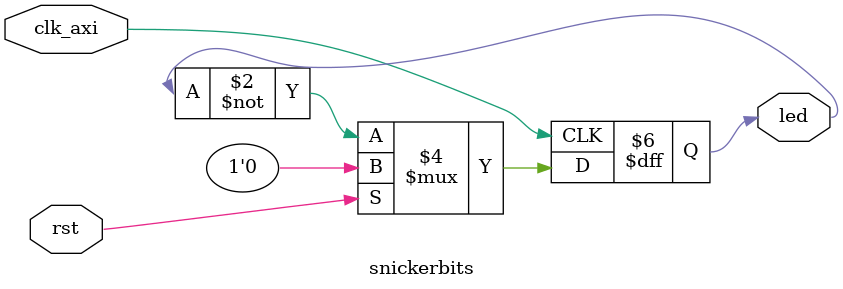
<source format=sv>
`timescale 1ns / 1ps

module snickerbits(
    input logic clk_axi,
    input logic rst,
    output logic led

);

always @(posedge clk_axi) begin
    if(rst) begin
        led <= 1'b0;
    end else begin
        led <= ~led;
    end
end
endmodule

</source>
